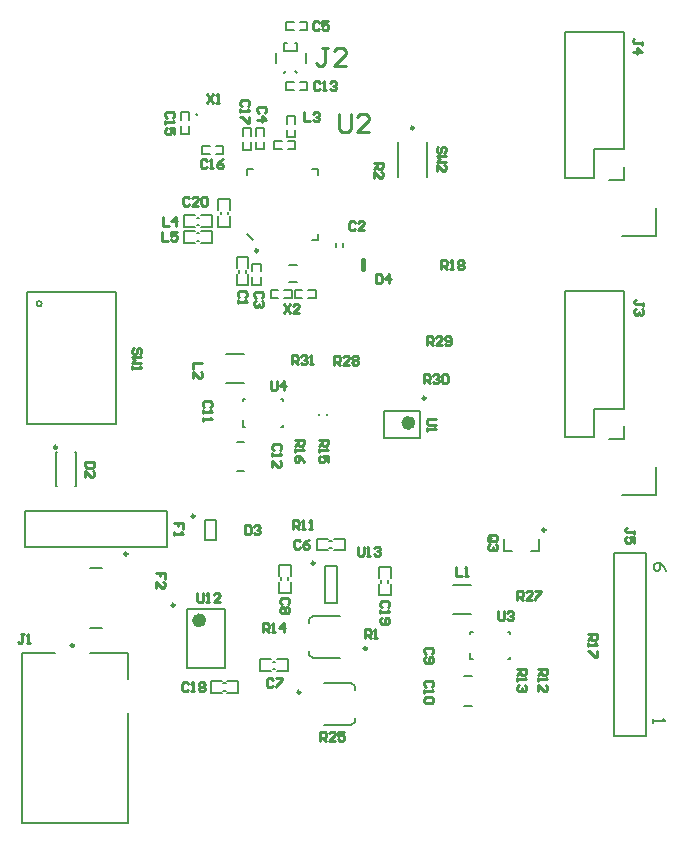
<source format=gto>
G04*
G04 #@! TF.GenerationSoftware,Altium Limited,Altium Designer,19.1.8 (144)*
G04*
G04 Layer_Color=65535*
%FSLAX25Y25*%
%MOIN*%
G70*
G01*
G75*
%ADD10C,0.00984*%
%ADD11C,0.02362*%
%ADD12C,0.00394*%
%ADD13C,0.00787*%
%ADD14C,0.00591*%
%ADD15C,0.00600*%
%ADD16C,0.01575*%
%ADD17C,0.01000*%
%ADD18C,0.00800*%
D10*
X92545Y178795D02*
G03*
X92545Y178795I-492J0D01*
G01*
X144492Y219733D02*
G03*
X144492Y219733I-492J0D01*
G01*
X148456Y129706D02*
G03*
X148456Y129706I-492J0D01*
G01*
X31205Y47209D02*
G03*
X31205Y47209I-492J0D01*
G01*
X188373Y85731D02*
G03*
X188373Y85731I-492J0D01*
G01*
X25549Y113284D02*
G03*
X25549Y113284I-492J0D01*
G01*
X49031Y77732D02*
G03*
X49031Y77732I-492J0D01*
G01*
X111485Y74685D02*
G03*
X111485Y74685I-492J0D01*
G01*
X128806Y46163D02*
G03*
X128806Y46163I-492J0D01*
G01*
X106678Y31637D02*
G03*
X106678Y31637I-492J0D01*
G01*
X71385Y90367D02*
G03*
X71385Y90367I-492J0D01*
G01*
X64768Y60645D02*
G03*
X64768Y60645I-492J0D01*
G01*
D11*
X143879Y121438D02*
G03*
X143879Y121438I-1181J0D01*
G01*
X74119Y55606D02*
G03*
X74119Y55606I-1181J0D01*
G01*
D12*
X72567Y224202D02*
G03*
X72567Y224202I-433J0D01*
G01*
D13*
X20475Y161103D02*
G03*
X20475Y161103I-880J0D01*
G01*
X87705Y120174D02*
X88394D01*
X87705D02*
Y122339D01*
X100206Y120174D02*
X100894D01*
Y120863D01*
X100206Y129426D02*
X100894D01*
Y128737D02*
Y129426D01*
X87705Y128737D02*
Y129426D01*
X88394D01*
X88903Y184306D02*
X90871Y182338D01*
X88903Y203991D02*
Y205960D01*
X90871D01*
X110556D02*
X112525D01*
Y203991D02*
Y205960D01*
Y182338D02*
Y184306D01*
X110556Y182338D02*
X112525D01*
X225248Y97272D02*
Y106720D01*
X213831Y97272D02*
X225248D01*
X194776Y126012D02*
Y165382D01*
X214461D01*
Y126091D02*
Y165382D01*
X204539Y126091D02*
X214461D01*
X204539Y116563D02*
Y126091D01*
X194776Y116563D02*
X204539D01*
X194776D02*
Y126012D01*
X209500Y116012D02*
X214618D01*
Y120343D01*
X225248Y183772D02*
Y193220D01*
X213831Y183772D02*
X225248D01*
X194776Y212512D02*
Y251882D01*
X214461D01*
Y212591D02*
Y251882D01*
X204539Y212591D02*
X214461D01*
X204539Y203063D02*
Y212591D01*
X194776Y203063D02*
X204539D01*
X194776D02*
Y212512D01*
X209500Y202512D02*
X214618D01*
Y206842D01*
X163406Y51866D02*
X164094D01*
X163406Y51177D02*
Y51866D01*
X176594Y51177D02*
Y51866D01*
X175906D02*
X176594D01*
Y42614D02*
Y43303D01*
X175906Y42614D02*
X176594D01*
X163406D02*
Y44780D01*
Y42614D02*
X164094D01*
X115678Y124103D02*
Y124497D01*
X112922Y124103D02*
Y124497D01*
X72249Y187419D02*
X73036D01*
X72249Y189781D02*
X73036D01*
X72249Y184581D02*
X73036D01*
X72249Y182219D02*
X73036D01*
X88581Y171549D02*
Y172336D01*
X86219Y171549D02*
Y172336D01*
X82481Y190906D02*
Y191694D01*
X80119Y190906D02*
Y191694D01*
X148921Y203395D02*
Y215206D01*
X139079Y203395D02*
Y215206D01*
X134430Y125375D02*
X146635D01*
X134430Y116320D02*
X146635D01*
Y125375D01*
X134430Y116320D02*
Y125375D01*
X116406Y82081D02*
X117194D01*
X116406Y79719D02*
X117194D01*
X97549Y41781D02*
X98336D01*
X97549Y39419D02*
X98336D01*
X100319Y69106D02*
Y69894D01*
X102681Y69106D02*
Y69894D01*
X135981Y68206D02*
Y68994D01*
X133619Y68206D02*
Y68994D01*
X81006Y32219D02*
X81794D01*
X81006Y34581D02*
X81794D01*
X49216Y35988D02*
Y44846D01*
X36421D02*
X49216D01*
Y-11846D02*
Y24571D01*
X13783Y44846D02*
X25004D01*
X13783Y-11846D02*
Y44846D01*
Y-11846D02*
X49216D01*
X174495Y78644D02*
X177250D01*
X174495D02*
Y82581D01*
X183550Y78644D02*
X186305D01*
Y82581D01*
X221795Y16909D02*
Y78091D01*
X211205Y16909D02*
X221795D01*
X211205D02*
Y78091D01*
X221795D01*
X120979Y180109D02*
Y181291D01*
X118421Y180109D02*
Y181291D01*
X102743Y174153D02*
X105499D01*
X102743Y168247D02*
X105499D01*
X82047Y134579D02*
X87953D01*
X82047Y144421D02*
X87953D01*
X85706Y115221D02*
X88068D01*
X85706Y105379D02*
X88068D01*
X161406Y36921D02*
X163768D01*
X161406Y27079D02*
X163768D01*
X157547Y57579D02*
X163453D01*
X157547Y67421D02*
X163453D01*
X28650Y165040D02*
X45185D01*
Y120945D02*
Y165040D01*
X15658Y120945D02*
X45185D01*
X15658D02*
Y165040D01*
X28650D01*
X31553Y100390D02*
X31947D01*
X31553Y111610D02*
X31947D01*
X25253Y100390D02*
X25647D01*
X25253Y111610D02*
X25647D01*
X31947Y100390D02*
Y111610D01*
X25253Y100390D02*
Y111610D01*
X14878Y80094D02*
Y91905D01*
X62122D01*
Y80094D02*
Y91905D01*
X14878Y80094D02*
X62122D01*
X36531Y73039D02*
X40468D01*
X36531Y52961D02*
X40468D01*
X118769Y61398D02*
Y73602D01*
X114831Y61398D02*
Y73602D01*
Y61398D02*
X118769D01*
X114831Y73602D02*
X118769D01*
X110794Y57187D02*
X119850D01*
X109613Y56006D02*
X110794Y57187D01*
X109613Y54824D02*
Y56006D01*
X109613Y44194D02*
Y45376D01*
Y44194D02*
X110794Y43013D01*
X119850D01*
X114650Y20613D02*
X123705D01*
X124887Y21794D01*
Y22976D01*
X124887Y32424D02*
Y33606D01*
X123705Y34787D02*
X124887Y33606D01*
X114650Y34787D02*
X123705D01*
X78472Y82552D02*
Y89048D01*
X74928Y82552D02*
Y89048D01*
X78472D01*
X74928Y82552D02*
X78472D01*
X69001Y39858D02*
X81599D01*
X69001Y59543D02*
X81599D01*
Y39858D02*
Y59543D01*
X69001Y39858D02*
Y59543D01*
D14*
X101335Y245305D02*
Y247983D01*
X102083D01*
X101335Y245305D02*
X105665D01*
X104917Y247983D02*
X105665D01*
Y245305D02*
Y247983D01*
X98579Y241369D02*
Y244754D01*
X101335Y238140D02*
X102024Y238829D01*
X108421Y241369D02*
Y244754D01*
X104976Y238829D02*
X105665Y238140D01*
D15*
X102158Y223683D02*
X104914Y223683D01*
X102158Y216597D02*
X104914D01*
X102158D02*
Y219156D01*
Y221124D02*
Y223683D01*
X104914Y216597D02*
Y219156D01*
Y221124D02*
Y223683D01*
X111929Y163122D02*
Y165878D01*
X104842Y163122D02*
Y165878D01*
X107401D01*
X109370D02*
X111929D01*
X104842Y163122D02*
X107401D01*
X109370D02*
X111929D01*
X96843Y163122D02*
Y165878D01*
X103929Y163122D02*
Y165878D01*
X101370Y163122D02*
X103929D01*
X96843D02*
X99402D01*
X101370Y165878D02*
X103929D01*
X96843D02*
X99402D01*
X105039Y212745D02*
Y215501D01*
X97953Y212745D02*
Y215501D01*
X100512D01*
X102480D02*
X105039D01*
X97953Y212745D02*
X100512D01*
X102480D02*
X105039D01*
X101957Y232422D02*
Y235178D01*
X109044Y232422D02*
Y235178D01*
X106485Y232422D02*
X109044D01*
X101957D02*
X104516D01*
X106485Y235178D02*
X109044D01*
X101957D02*
X104516D01*
X66822Y217857D02*
X69578D01*
X66822Y224944D02*
X69578D01*
Y222385D02*
Y224944D01*
Y217857D02*
Y220416D01*
X66822Y222385D02*
Y224944D01*
Y217857D02*
Y220416D01*
X73896Y211122D02*
Y213878D01*
X80983Y211122D02*
Y213878D01*
X78424Y211122D02*
X80983D01*
X73896D02*
X76455D01*
X78424Y213878D02*
X80983D01*
X73896D02*
X76455D01*
X77268Y186632D02*
Y190568D01*
X68016Y186632D02*
Y190568D01*
X73627Y186632D02*
X77268D01*
X68016D02*
X71658D01*
X73627Y190568D02*
X77268D01*
X68016D02*
X71658D01*
X68016Y181431D02*
Y185369D01*
X77268Y181431D02*
Y185369D01*
X68016D02*
X71658D01*
X73627D02*
X77268D01*
X68016Y181431D02*
X71658D01*
X73627D02*
X77268D01*
X89368Y172927D02*
Y176568D01*
Y167316D02*
Y170958D01*
X85431Y172927D02*
Y176568D01*
Y167317D02*
Y170958D01*
Y167317D02*
X89368Y167316D01*
X85431Y176568D02*
X89368D01*
X90722Y167388D02*
X93478D01*
X90722Y174475D02*
X93478D01*
Y171916D02*
Y174475D01*
Y167388D02*
Y169948D01*
X90722Y171916D02*
Y174475D01*
Y167388D02*
Y169948D01*
X87522Y219643D02*
X90278D01*
X87522Y212556D02*
X90278D01*
X87522D02*
Y215115D01*
Y217084D02*
Y219643D01*
X90278Y212556D02*
Y215115D01*
Y217084D02*
Y219643D01*
X83268Y192284D02*
Y195926D01*
Y186674D02*
Y190316D01*
X79331Y192284D02*
Y195926D01*
Y186674D02*
Y190316D01*
Y186674D02*
X83268Y186674D01*
X79331Y195926D02*
X83268D01*
X91857Y219647D02*
X94613D01*
X91857Y212560D02*
X94613D01*
X91857D02*
Y215119D01*
Y217088D02*
Y219647D01*
X94613Y212560D02*
Y215119D01*
Y217088D02*
Y219647D01*
X112174Y82868D02*
X115816D01*
X117784D02*
X121426D01*
X112174Y78931D02*
X115816D01*
X117784D02*
X121426D01*
X121426Y82868D01*
X112174Y78931D02*
Y82868D01*
X93317Y42568D02*
X96958D01*
X98927D02*
X102568D01*
X93317Y38631D02*
X96958D01*
X98927D02*
X102568D01*
X102568Y42568D01*
X93317Y38631D02*
Y42568D01*
X99532Y64874D02*
Y68516D01*
Y70484D02*
Y74126D01*
X103469Y64874D02*
Y68516D01*
Y70484D02*
Y74126D01*
X99532Y74126D02*
X103469Y74126D01*
X99532Y64874D02*
X103469D01*
X136768Y69584D02*
Y73226D01*
Y63974D02*
Y67616D01*
X132832Y69584D02*
Y73226D01*
Y63974D02*
Y67616D01*
Y63974D02*
X136768Y63974D01*
X132832Y73226D02*
X136768D01*
X82384Y31431D02*
X86026D01*
X76774D02*
X80416D01*
X82384Y35368D02*
X86026D01*
X76774D02*
X80416D01*
X76774Y31431D02*
X76774Y35368D01*
X86026Y31431D02*
Y35368D01*
X101971Y255174D02*
X104530D01*
X106498D02*
X109057D01*
X101971Y252419D02*
X104530D01*
X106498D02*
X109057D01*
Y255174D01*
X101971Y252419D02*
Y255174D01*
D16*
X127573Y172695D02*
Y175844D01*
D17*
X119700Y224298D02*
Y219300D01*
X120700Y218300D01*
X122699D01*
X123699Y219300D01*
Y224298D01*
X129697Y218300D02*
X125698D01*
X129697Y222299D01*
Y223298D01*
X128697Y224298D01*
X126698D01*
X125698Y223298D01*
X220999Y160501D02*
Y161500D01*
Y161001D01*
X218500D01*
X218000Y161500D01*
Y162000D01*
X218500Y162500D01*
X220499Y159501D02*
X220999Y159001D01*
Y158001D01*
X220499Y157502D01*
X219999D01*
X219499Y158001D01*
Y158501D01*
Y158001D01*
X219000Y157502D01*
X218500D01*
X218000Y158001D01*
Y159001D01*
X218500Y159501D01*
X220499Y247501D02*
Y248500D01*
Y248001D01*
X218000D01*
X217500Y248500D01*
Y249000D01*
X218000Y249500D01*
X217500Y245002D02*
X220499D01*
X219000Y246501D01*
Y244502D01*
X115899Y246298D02*
X113899D01*
X114899D01*
Y241300D01*
X113899Y240300D01*
X112900D01*
X111900Y241300D01*
X121897Y240300D02*
X117898D01*
X121897Y244299D01*
Y245298D01*
X120897Y246298D01*
X118898D01*
X117898Y245298D01*
X64199Y223201D02*
X64699Y223700D01*
Y224700D01*
X64199Y225200D01*
X62200D01*
X61700Y224700D01*
Y223700D01*
X62200Y223201D01*
X61700Y222201D02*
Y221201D01*
Y221701D01*
X64699D01*
X64199Y222201D01*
X64699Y217702D02*
Y219702D01*
X63200D01*
X63699Y218702D01*
Y218202D01*
X63200Y217702D01*
X62200D01*
X61700Y218202D01*
Y219202D01*
X62200Y219702D01*
X60742Y190199D02*
Y187200D01*
X62742D01*
X65241D02*
Y190199D01*
X63741Y188699D01*
X65741D01*
X154699Y211501D02*
X155199Y212000D01*
Y213000D01*
X154699Y213500D01*
X154199D01*
X153700Y213000D01*
Y212000D01*
X153200Y211501D01*
X152700D01*
X152200Y212000D01*
Y213000D01*
X152700Y213500D01*
X155199Y210501D02*
X152200D01*
X153200Y209501D01*
X152200Y208502D01*
X155199D01*
X152200Y205503D02*
Y207502D01*
X154199Y205503D01*
X154699D01*
X155199Y206002D01*
Y207002D01*
X154699Y207502D01*
X151799Y122800D02*
X149300D01*
X148800Y122300D01*
Y121300D01*
X149300Y120801D01*
X151799D01*
X148800Y119801D02*
Y118801D01*
Y119301D01*
X151799D01*
X151299Y119801D01*
X106699Y81899D02*
X106200Y82399D01*
X105200D01*
X104700Y81899D01*
Y79900D01*
X105200Y79400D01*
X106200D01*
X106699Y79900D01*
X109698Y82399D02*
X108699Y81899D01*
X107699Y80900D01*
Y79900D01*
X108199Y79400D01*
X109199D01*
X109698Y79900D01*
Y80400D01*
X109199Y80900D01*
X107699D01*
X97499Y35799D02*
X97000Y36299D01*
X96000D01*
X95500Y35799D01*
Y33800D01*
X96000Y33300D01*
X97000D01*
X97499Y33800D01*
X98499Y36299D02*
X100498D01*
Y35799D01*
X98499Y33800D01*
Y33300D01*
X102499Y61001D02*
X102999Y61501D01*
Y62500D01*
X102499Y63000D01*
X100500D01*
X100000Y62500D01*
Y61501D01*
X100500Y61001D01*
X102499Y60001D02*
X102999Y59501D01*
Y58501D01*
X102499Y58002D01*
X101999D01*
X101499Y58501D01*
X101000Y58002D01*
X100500D01*
X100000Y58501D01*
Y59501D01*
X100500Y60001D01*
X101000D01*
X101499Y59501D01*
X101999Y60001D01*
X102499D01*
X101499Y59501D02*
Y58501D01*
X135799Y59943D02*
X136299Y60443D01*
Y61443D01*
X135799Y61942D01*
X133800D01*
X133300Y61443D01*
Y60443D01*
X133800Y59943D01*
X133300Y58943D02*
Y57944D01*
Y58444D01*
X136299D01*
X135799Y58943D01*
X133800Y56444D02*
X133300Y55945D01*
Y54945D01*
X133800Y54445D01*
X135799D01*
X136299Y54945D01*
Y55945D01*
X135799Y56444D01*
X135299D01*
X134800Y55945D01*
Y54445D01*
X69299Y34499D02*
X68800Y34999D01*
X67800D01*
X67300Y34499D01*
Y32500D01*
X67800Y32000D01*
X68800D01*
X69299Y32500D01*
X70299Y32000D02*
X71299D01*
X70799D01*
Y34999D01*
X70299Y34499D01*
X72798D02*
X73298Y34999D01*
X74298D01*
X74798Y34499D01*
Y33999D01*
X74298Y33500D01*
X74798Y33000D01*
Y32500D01*
X74298Y32000D01*
X73298D01*
X72798Y32500D01*
Y33000D01*
X73298Y33500D01*
X72798Y33999D01*
Y34499D01*
X73298Y33500D02*
X74298D01*
X113045Y254795D02*
X112545Y255295D01*
X111545D01*
X111045Y254795D01*
Y252796D01*
X111545Y252296D01*
X112545D01*
X113045Y252796D01*
X116043Y255295D02*
X114044D01*
Y253796D01*
X115044Y254296D01*
X115544D01*
X116043Y253796D01*
Y252796D01*
X115544Y252296D01*
X114544D01*
X114044Y252796D01*
X14499Y50999D02*
X13500D01*
X13999D01*
Y48500D01*
X13500Y48000D01*
X13000D01*
X12500Y48500D01*
X15499Y48000D02*
X16499D01*
X15999D01*
Y50999D01*
X15499Y50499D01*
X153600Y172600D02*
Y175599D01*
X155099D01*
X155599Y175099D01*
Y174100D01*
X155099Y173600D01*
X153600D01*
X154600D02*
X155599Y172600D01*
X156599D02*
X157599D01*
X157099D01*
Y175599D01*
X156599Y175099D01*
X159098D02*
X159598Y175599D01*
X160598D01*
X161098Y175099D01*
Y174599D01*
X160598Y174100D01*
X161098Y173600D01*
Y173100D01*
X160598Y172600D01*
X159598D01*
X159098Y173100D01*
Y173600D01*
X159598Y174100D01*
X159098Y174599D01*
Y175099D01*
X159598Y174100D02*
X160598D01*
X118000Y140800D02*
Y143799D01*
X119500D01*
X119999Y143299D01*
Y142299D01*
X119500Y141800D01*
X118000D01*
X119000D02*
X119999Y140800D01*
X122998D02*
X120999D01*
X122998Y142799D01*
Y143299D01*
X122499Y143799D01*
X121499D01*
X120999Y143299D01*
X123998D02*
X124498Y143799D01*
X125498D01*
X125997Y143299D01*
Y142799D01*
X125498Y142299D01*
X125997Y141800D01*
Y141300D01*
X125498Y140800D01*
X124498D01*
X123998Y141300D01*
Y141800D01*
X124498Y142299D01*
X123998Y142799D01*
Y143299D01*
X124498Y142299D02*
X125498D01*
X148800Y147300D02*
Y150299D01*
X150300D01*
X150799Y149799D01*
Y148800D01*
X150300Y148300D01*
X148800D01*
X149800D02*
X150799Y147300D01*
X153798D02*
X151799D01*
X153798Y149299D01*
Y149799D01*
X153299Y150299D01*
X152299D01*
X151799Y149799D01*
X154798Y147800D02*
X155298Y147300D01*
X156298D01*
X156797Y147800D01*
Y149799D01*
X156298Y150299D01*
X155298D01*
X154798Y149799D01*
Y149299D01*
X155298Y148800D01*
X156797D01*
X147800Y134600D02*
Y137599D01*
X149300D01*
X149799Y137099D01*
Y136100D01*
X149300Y135600D01*
X147800D01*
X148800D02*
X149799Y134600D01*
X150799Y137099D02*
X151299Y137599D01*
X152299D01*
X152798Y137099D01*
Y136599D01*
X152299Y136100D01*
X151799D01*
X152299D01*
X152798Y135600D01*
Y135100D01*
X152299Y134600D01*
X151299D01*
X150799Y135100D01*
X153798Y137099D02*
X154298Y137599D01*
X155298D01*
X155797Y137099D01*
Y135100D01*
X155298Y134600D01*
X154298D01*
X153798Y135100D01*
Y137099D01*
X169900Y81901D02*
X171899D01*
X172399Y82401D01*
Y83400D01*
X171899Y83900D01*
X169900D01*
X169400Y83400D01*
Y82401D01*
X170400Y82900D02*
X169400Y81901D01*
Y82401D02*
X169900Y81901D01*
X171899Y80901D02*
X172399Y80401D01*
Y79401D01*
X171899Y78902D01*
X171399D01*
X170899Y79401D01*
Y79901D01*
Y79401D01*
X170400Y78902D01*
X169900D01*
X169400Y79401D01*
Y80401D01*
X169900Y80901D01*
X202500Y51000D02*
X205499D01*
Y49501D01*
X204999Y49001D01*
X203999D01*
X203500Y49501D01*
Y51000D01*
Y50000D02*
X202500Y49001D01*
Y48001D02*
Y47001D01*
Y47501D01*
X205499D01*
X204999Y48001D01*
X205499Y45502D02*
Y43502D01*
X204999D01*
X203000Y45502D01*
X202500D01*
X217999Y84501D02*
Y85500D01*
Y85000D01*
X215500D01*
X215000Y85500D01*
Y86000D01*
X215500Y86500D01*
X217999Y81502D02*
Y83501D01*
X216499D01*
X216999Y82501D01*
Y82001D01*
X216499Y81502D01*
X215500D01*
X215000Y82001D01*
Y83001D01*
X215500Y83501D01*
X131200Y208100D02*
X134199D01*
Y206600D01*
X133699Y206101D01*
X132700D01*
X132200Y206600D01*
Y208100D01*
Y207100D02*
X131200Y206101D01*
Y203102D02*
Y205101D01*
X133199Y203102D01*
X133699D01*
X134199Y203601D01*
Y204601D01*
X133699Y205101D01*
X131900Y170899D02*
Y167900D01*
X133399D01*
X133899Y168400D01*
Y170399D01*
X133399Y170899D01*
X131900D01*
X136399Y167900D02*
Y170899D01*
X134899Y169399D01*
X136898D01*
X60500Y185099D02*
Y182100D01*
X62499D01*
X65498Y185099D02*
X63499D01*
Y183599D01*
X64499Y184099D01*
X64999D01*
X65498Y183599D01*
Y182600D01*
X64999Y182100D01*
X63999D01*
X63499Y182600D01*
X113099Y234799D02*
X112600Y235299D01*
X111600D01*
X111100Y234799D01*
Y232800D01*
X111600Y232300D01*
X112600D01*
X113099Y232800D01*
X114099Y232300D02*
X115099D01*
X114599D01*
Y235299D01*
X114099Y234799D01*
X116598D02*
X117098Y235299D01*
X118098D01*
X118598Y234799D01*
Y234299D01*
X118098Y233800D01*
X117598D01*
X118098D01*
X118598Y233300D01*
Y232800D01*
X118098Y232300D01*
X117098D01*
X116598Y232800D01*
X108000Y224999D02*
Y222000D01*
X109999D01*
X110999Y224499D02*
X111499Y224999D01*
X112499D01*
X112998Y224499D01*
Y223999D01*
X112499Y223499D01*
X111999D01*
X112499D01*
X112998Y223000D01*
Y222500D01*
X112499Y222000D01*
X111499D01*
X110999Y222500D01*
X94799Y224801D02*
X95299Y225301D01*
Y226300D01*
X94799Y226800D01*
X92800D01*
X92300Y226300D01*
Y225301D01*
X92800Y224801D01*
X92300Y222302D02*
X95299D01*
X93800Y223801D01*
Y221802D01*
X93799Y163164D02*
X94299Y163663D01*
Y164663D01*
X93799Y165163D01*
X91800D01*
X91300Y164663D01*
Y163663D01*
X91800Y163164D01*
X93799Y162164D02*
X94299Y161664D01*
Y160664D01*
X93799Y160165D01*
X93299D01*
X92800Y160664D01*
Y161164D01*
Y160664D01*
X92300Y160165D01*
X91800D01*
X91300Y160664D01*
Y161664D01*
X91800Y162164D01*
X75499Y208799D02*
X74999Y209299D01*
X74000D01*
X73500Y208799D01*
Y206800D01*
X74000Y206300D01*
X74999D01*
X75499Y206800D01*
X76499Y206300D02*
X77499D01*
X76999D01*
Y209299D01*
X76499Y208799D01*
X80998Y209299D02*
X79998Y208799D01*
X78998Y207800D01*
Y206800D01*
X79498Y206300D01*
X80498D01*
X80998Y206800D01*
Y207300D01*
X80498Y207800D01*
X78998D01*
X124999Y188099D02*
X124499Y188599D01*
X123500D01*
X123000Y188099D01*
Y186100D01*
X123500Y185600D01*
X124499D01*
X124999Y186100D01*
X127998Y185600D02*
X125999D01*
X127998Y187599D01*
Y188099D01*
X127499Y188599D01*
X126499D01*
X125999Y188099D01*
X75700Y231099D02*
X77699Y228100D01*
Y231099D02*
X75700Y228100D01*
X78699D02*
X79699D01*
X79199D01*
Y231099D01*
X78699Y230599D01*
X101321Y160999D02*
X103321Y158000D01*
Y160999D02*
X101321Y158000D01*
X106320D02*
X104320D01*
X106320Y159999D01*
Y160499D01*
X105820Y160999D01*
X104820D01*
X104320Y160499D01*
X88299Y163343D02*
X88799Y163843D01*
Y164843D01*
X88299Y165342D01*
X86300D01*
X85800Y164843D01*
Y163843D01*
X86300Y163343D01*
X85800Y162344D02*
Y161344D01*
Y161844D01*
X88799D01*
X88299Y162344D01*
X69599Y196299D02*
X69099Y196799D01*
X68100D01*
X67600Y196299D01*
Y194300D01*
X68100Y193800D01*
X69099D01*
X69599Y194300D01*
X72598Y193800D02*
X70599D01*
X72598Y195799D01*
Y196299D01*
X72099Y196799D01*
X71099D01*
X70599Y196299D01*
X73598D02*
X74098Y196799D01*
X75098D01*
X75597Y196299D01*
Y194300D01*
X75098Y193800D01*
X74098D01*
X73598Y194300D01*
Y196299D01*
X89099Y227001D02*
X89599Y227501D01*
Y228500D01*
X89099Y229000D01*
X87100D01*
X86600Y228500D01*
Y227501D01*
X87100Y227001D01*
X86600Y226001D02*
Y225001D01*
Y225501D01*
X89599D01*
X89099Y226001D01*
X89599Y223502D02*
Y221502D01*
X89099D01*
X87100Y223502D01*
X86600D01*
X103900Y141000D02*
Y143999D01*
X105400D01*
X105899Y143499D01*
Y142499D01*
X105400Y142000D01*
X103900D01*
X104900D02*
X105899Y141000D01*
X106899Y143499D02*
X107399Y143999D01*
X108399D01*
X108898Y143499D01*
Y142999D01*
X108399Y142499D01*
X107899D01*
X108399D01*
X108898Y142000D01*
Y141500D01*
X108399Y141000D01*
X107399D01*
X106899Y141500D01*
X109898Y141000D02*
X110898D01*
X110398D01*
Y143999D01*
X109898Y143499D01*
X104800Y115800D02*
X107799D01*
Y114301D01*
X107299Y113801D01*
X106299D01*
X105800Y114301D01*
Y115800D01*
Y114800D02*
X104800Y113801D01*
Y112801D02*
Y111801D01*
Y112301D01*
X107799D01*
X107299Y112801D01*
X107799Y108302D02*
X107299Y109302D01*
X106299Y110302D01*
X105300D01*
X104800Y109802D01*
Y108802D01*
X105300Y108302D01*
X105800D01*
X106299Y108802D01*
Y110302D01*
X112800Y115800D02*
X115799D01*
Y114301D01*
X115299Y113801D01*
X114299D01*
X113800Y114301D01*
Y115800D01*
Y114800D02*
X112800Y113801D01*
Y112801D02*
Y111801D01*
Y112301D01*
X115799D01*
X115299Y112801D01*
X115799Y108302D02*
Y110302D01*
X114299D01*
X114799Y109302D01*
Y108802D01*
X114299Y108302D01*
X113300D01*
X112800Y108802D01*
Y109802D01*
X113300Y110302D01*
X76699Y126601D02*
X77199Y127101D01*
Y128100D01*
X76699Y128600D01*
X74700D01*
X74200Y128100D01*
Y127101D01*
X74700Y126601D01*
X74200Y125601D02*
Y124601D01*
Y125101D01*
X77199D01*
X76699Y125601D01*
X74200Y123102D02*
Y122102D01*
Y122602D01*
X77199D01*
X76699Y123102D01*
X73999Y141500D02*
X71000D01*
Y139501D01*
Y136502D02*
Y138501D01*
X72999Y136502D01*
X73499D01*
X73999Y137001D01*
Y138001D01*
X73499Y138501D01*
X99799Y112301D02*
X100299Y112801D01*
Y113800D01*
X99799Y114300D01*
X97800D01*
X97300Y113800D01*
Y112801D01*
X97800Y112301D01*
X97300Y111301D02*
Y110301D01*
Y110801D01*
X100299D01*
X99799Y111301D01*
X97300Y106802D02*
Y108802D01*
X99299Y106802D01*
X99799D01*
X100299Y107302D01*
Y108302D01*
X99799Y108802D01*
X179000Y62500D02*
Y65499D01*
X180499D01*
X180999Y64999D01*
Y63999D01*
X180499Y63500D01*
X179000D01*
X180000D02*
X180999Y62500D01*
X183998D02*
X181999D01*
X183998Y64499D01*
Y64999D01*
X183499Y65499D01*
X182499D01*
X181999Y64999D01*
X184998Y65499D02*
X186997D01*
Y64999D01*
X184998Y63000D01*
Y62500D01*
X96800Y135299D02*
Y132800D01*
X97300Y132300D01*
X98299D01*
X98799Y132800D01*
Y135299D01*
X101299Y132300D02*
Y135299D01*
X99799Y133800D01*
X101798D01*
X179000Y39500D02*
X181999D01*
Y38001D01*
X181499Y37501D01*
X180499D01*
X180000Y38001D01*
Y39500D01*
Y38500D02*
X179000Y37501D01*
Y36501D02*
Y35501D01*
Y36001D01*
X181999D01*
X181499Y36501D01*
Y34002D02*
X181999Y33502D01*
Y32502D01*
X181499Y32002D01*
X180999D01*
X180499Y32502D01*
Y33002D01*
Y32502D01*
X180000Y32002D01*
X179500D01*
X179000Y32502D01*
Y33502D01*
X179500Y34002D01*
X186000Y39500D02*
X188999D01*
Y38001D01*
X188499Y37501D01*
X187499D01*
X187000Y38001D01*
Y39500D01*
Y38500D02*
X186000Y37501D01*
Y36501D02*
Y35501D01*
Y36001D01*
X188999D01*
X188499Y36501D01*
X186000Y32002D02*
Y34002D01*
X187999Y32002D01*
X188499D01*
X188999Y32502D01*
Y33502D01*
X188499Y34002D01*
X150499Y44501D02*
X150999Y45000D01*
Y46000D01*
X150499Y46500D01*
X148500D01*
X148000Y46000D01*
Y45000D01*
X148500Y44501D01*
Y43501D02*
X148000Y43001D01*
Y42001D01*
X148500Y41502D01*
X150499D01*
X150999Y42001D01*
Y43001D01*
X150499Y43501D01*
X149999D01*
X149499Y43001D01*
Y41502D01*
X150499Y33501D02*
X150999Y34001D01*
Y35000D01*
X150499Y35500D01*
X148500D01*
X148000Y35000D01*
Y34001D01*
X148500Y33501D01*
X148000Y32501D02*
Y31501D01*
Y32001D01*
X150999D01*
X150499Y32501D01*
Y30002D02*
X150999Y29502D01*
Y28502D01*
X150499Y28002D01*
X148500D01*
X148000Y28502D01*
Y29502D01*
X148500Y30002D01*
X150499D01*
X158500Y73499D02*
Y70500D01*
X160499D01*
X161499D02*
X162499D01*
X161999D01*
Y73499D01*
X161499Y72999D01*
X172600Y58699D02*
Y56200D01*
X173100Y55700D01*
X174100D01*
X174599Y56200D01*
Y58699D01*
X175599Y58199D02*
X176099Y58699D01*
X177099D01*
X177598Y58199D01*
Y57699D01*
X177099Y57200D01*
X176599D01*
X177099D01*
X177598Y56700D01*
Y56200D01*
X177099Y55700D01*
X176099D01*
X175599Y56200D01*
X53149Y144336D02*
X53649Y144835D01*
Y145835D01*
X53149Y146335D01*
X52649D01*
X52149Y145835D01*
Y144835D01*
X51650Y144336D01*
X51150D01*
X50650Y144835D01*
Y145835D01*
X51150Y146335D01*
X53649Y143336D02*
X50650D01*
X51650Y142336D01*
X50650Y141337D01*
X53649D01*
X50650Y140337D02*
Y139337D01*
Y139837D01*
X53649D01*
X53149Y140337D01*
X37999Y108400D02*
X35000D01*
Y106901D01*
X35500Y106401D01*
X37499D01*
X37999Y106901D01*
Y108400D01*
X35000Y103402D02*
Y105401D01*
X36999Y103402D01*
X37499D01*
X37999Y103901D01*
Y104901D01*
X37499Y105401D01*
X67499Y86001D02*
Y88000D01*
X66000D01*
Y87000D01*
Y88000D01*
X64500D01*
Y85001D02*
Y84001D01*
Y84501D01*
X67499D01*
X66999Y85001D01*
X61499Y69501D02*
Y71500D01*
X60000D01*
Y70500D01*
Y71500D01*
X58500D01*
Y66502D02*
Y68501D01*
X60499Y66502D01*
X60999D01*
X61499Y67001D01*
Y68001D01*
X60999Y68501D01*
X104100Y85900D02*
Y88899D01*
X105599D01*
X106099Y88399D01*
Y87400D01*
X105599Y86900D01*
X104100D01*
X105100D02*
X106099Y85900D01*
X107099D02*
X108099D01*
X107599D01*
Y88899D01*
X107099Y88399D01*
X109598Y85900D02*
X110598D01*
X110098D01*
Y88899D01*
X109598Y88399D01*
X125900Y80099D02*
Y77600D01*
X126400Y77100D01*
X127400D01*
X127899Y77600D01*
Y80099D01*
X128899Y77100D02*
X129899D01*
X129399D01*
Y80099D01*
X128899Y79599D01*
X131398D02*
X131898Y80099D01*
X132898D01*
X133398Y79599D01*
Y79099D01*
X132898Y78600D01*
X132398D01*
X132898D01*
X133398Y78100D01*
Y77600D01*
X132898Y77100D01*
X131898D01*
X131398Y77600D01*
X128100Y49700D02*
Y52699D01*
X129599D01*
X130099Y52199D01*
Y51200D01*
X129599Y50700D01*
X128100D01*
X129100D02*
X130099Y49700D01*
X131099D02*
X132099D01*
X131599D01*
Y52699D01*
X131099Y52199D01*
X113400Y15400D02*
Y18399D01*
X114900D01*
X115399Y17899D01*
Y16899D01*
X114900Y16400D01*
X113400D01*
X114400D02*
X115399Y15400D01*
X118398D02*
X116399D01*
X118398Y17399D01*
Y17899D01*
X117899Y18399D01*
X116899D01*
X116399Y17899D01*
X121397Y18399D02*
X119398D01*
Y16899D01*
X120398Y17399D01*
X120898D01*
X121397Y16899D01*
Y15900D01*
X120898Y15400D01*
X119898D01*
X119398Y15900D01*
X94200Y51700D02*
Y54699D01*
X95700D01*
X96199Y54199D01*
Y53199D01*
X95700Y52700D01*
X94200D01*
X95200D02*
X96199Y51700D01*
X97199D02*
X98199D01*
X97699D01*
Y54699D01*
X97199Y54199D01*
X101198Y51700D02*
Y54699D01*
X99698Y53199D01*
X101698D01*
X88200Y87299D02*
Y84300D01*
X89700D01*
X90199Y84800D01*
Y86799D01*
X89700Y87299D01*
X88200D01*
X91199Y86799D02*
X91699Y87299D01*
X92699D01*
X93198Y86799D01*
Y86299D01*
X92699Y85799D01*
X92199D01*
X92699D01*
X93198Y85300D01*
Y84800D01*
X92699Y84300D01*
X91699D01*
X91199Y84800D01*
X72300Y64699D02*
Y62200D01*
X72800Y61700D01*
X73800D01*
X74299Y62200D01*
Y64699D01*
X75299Y61700D02*
X76299D01*
X75799D01*
Y64699D01*
X75299Y64199D01*
X79798Y61700D02*
X77798D01*
X79798Y63699D01*
Y64199D01*
X79298Y64699D01*
X78298D01*
X77798Y64199D01*
D18*
X224400Y22600D02*
Y21267D01*
Y21934D01*
X228399D01*
X227732Y22600D01*
X228499Y72034D02*
X227832Y73367D01*
X226499Y74700D01*
X225166D01*
X224500Y74034D01*
Y72701D01*
X225166Y72034D01*
X225833D01*
X226499Y72701D01*
Y74700D01*
M02*

</source>
